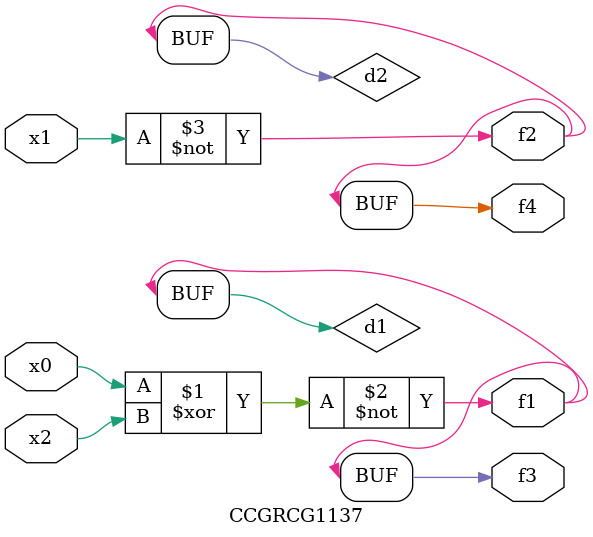
<source format=v>
module CCGRCG1137(
	input x0, x1, x2,
	output f1, f2, f3, f4
);

	wire d1, d2, d3;

	xnor (d1, x0, x2);
	nand (d2, x1);
	nor (d3, x1, x2);
	assign f1 = d1;
	assign f2 = d2;
	assign f3 = d1;
	assign f4 = d2;
endmodule

</source>
